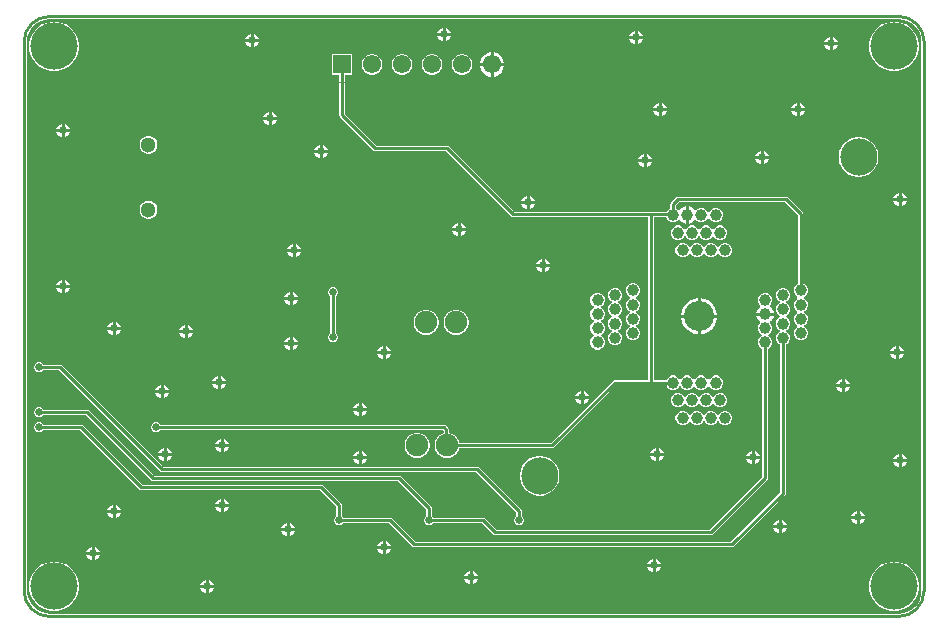
<source format=gbl>
G04*
G04 #@! TF.GenerationSoftware,Altium Limited,Altium Designer,21.3.2 (30)*
G04*
G04 Layer_Physical_Order=2*
G04 Layer_Color=65280*
%FSLAX44Y44*%
%MOMM*%
G71*
G04*
G04 #@! TF.SameCoordinates,9234EC1E-5B27-41C9-997F-A59CE03DEA51*
G04*
G04*
G04 #@! TF.FilePolarity,Positive*
G04*
G01*
G75*
%ADD10C,0.2540*%
%ADD15C,0.0500*%
%ADD42C,2.5499*%
%ADD43C,3.1501*%
%ADD44C,1.0000*%
%ADD45R,1.5500X1.5500*%
%ADD46C,1.5500*%
%ADD47C,1.3000*%
%ADD48C,1.9050*%
%ADD49C,4.0000*%
%ADD50C,0.6350*%
G36*
X998243Y759311D02*
X1001840Y758220D01*
X1005156Y756447D01*
X1008062Y754062D01*
X1010447Y751156D01*
X1012219Y747840D01*
X1013311Y744243D01*
X1013676Y740535D01*
X1013669Y740501D01*
Y275499D01*
X1013676Y275465D01*
X1013311Y271757D01*
X1012219Y268160D01*
X1010447Y264844D01*
X1008062Y261938D01*
X1005156Y259553D01*
X1001840Y257780D01*
X998243Y256689D01*
X994535Y256324D01*
X994501Y256331D01*
X276860D01*
X276804Y256320D01*
X272852Y256709D01*
X268997Y257878D01*
X265445Y259777D01*
X262332Y262332D01*
X259777Y265445D01*
X257878Y268997D01*
X256709Y272852D01*
X256320Y276804D01*
X256331Y276860D01*
Y740501D01*
X256324Y740535D01*
X256689Y744243D01*
X257780Y747840D01*
X259553Y751156D01*
X261938Y754062D01*
X264844Y756447D01*
X268160Y758220D01*
X271757Y759311D01*
X275465Y759676D01*
X275499Y759669D01*
X994501D01*
X994535Y759676D01*
X998243Y759311D01*
D02*
G37*
%LPC*%
G36*
X610870Y752420D02*
Y748030D01*
X615260D01*
X614445Y749997D01*
X612837Y751605D01*
X610870Y752420D01*
D02*
G37*
G36*
X608330D02*
X606363Y751605D01*
X604755Y749997D01*
X603940Y748030D01*
X608330D01*
Y752420D01*
D02*
G37*
G36*
X773430Y749880D02*
Y745490D01*
X777820D01*
X777005Y747457D01*
X775397Y749065D01*
X773430Y749880D01*
D02*
G37*
G36*
X770890D02*
X768923Y749065D01*
X767315Y747457D01*
X766500Y745490D01*
X770890D01*
Y749880D01*
D02*
G37*
G36*
X448310Y747340D02*
Y742950D01*
X452700D01*
X451885Y744917D01*
X450277Y746525D01*
X448310Y747340D01*
D02*
G37*
G36*
X445770D02*
X443803Y746525D01*
X442195Y744917D01*
X441380Y742950D01*
X445770D01*
Y747340D01*
D02*
G37*
G36*
X615260Y745490D02*
X610870D01*
Y741100D01*
X612837Y741915D01*
X614445Y743523D01*
X615260Y745490D01*
D02*
G37*
G36*
X608330D02*
X603940D01*
X604755Y743523D01*
X606363Y741915D01*
X608330Y741100D01*
Y745490D01*
D02*
G37*
G36*
X938530Y744800D02*
Y740410D01*
X942920D01*
X942105Y742377D01*
X940497Y743985D01*
X938530Y744800D01*
D02*
G37*
G36*
X935990D02*
X934023Y743985D01*
X932415Y742377D01*
X931600Y740410D01*
X935990D01*
Y744800D01*
D02*
G37*
G36*
X777820Y742950D02*
X773430D01*
Y738560D01*
X775397Y739375D01*
X777005Y740983D01*
X777820Y742950D01*
D02*
G37*
G36*
X770890D02*
X766500D01*
X767315Y740983D01*
X768923Y739375D01*
X770890Y738560D01*
Y742950D01*
D02*
G37*
G36*
X452700Y740410D02*
X448310D01*
Y736020D01*
X450277Y736835D01*
X451885Y738443D01*
X452700Y740410D01*
D02*
G37*
G36*
X445770D02*
X441380D01*
X442195Y738443D01*
X443803Y736835D01*
X445770Y736020D01*
Y740410D01*
D02*
G37*
G36*
X942920Y737870D02*
X938530D01*
Y733480D01*
X940497Y734295D01*
X942105Y735903D01*
X942920Y737870D01*
D02*
G37*
G36*
X935990D02*
X931600D01*
X932415Y735903D01*
X934023Y734295D01*
X935990Y733480D01*
Y737870D01*
D02*
G37*
G36*
X651595Y731650D02*
X651510D01*
Y722630D01*
X660530D01*
Y722715D01*
X659829Y725332D01*
X658474Y727678D01*
X656558Y729594D01*
X654212Y730949D01*
X651595Y731650D01*
D02*
G37*
G36*
X648970D02*
X648885D01*
X646268Y730949D01*
X643922Y729594D01*
X642006Y727678D01*
X640651Y725332D01*
X639950Y722715D01*
Y722630D01*
X648970D01*
Y731650D01*
D02*
G37*
G36*
X992670Y757616D02*
X988530D01*
X984470Y756808D01*
X980645Y755224D01*
X977203Y752924D01*
X974276Y749997D01*
X971976Y746555D01*
X970392Y742730D01*
X969584Y738670D01*
Y734530D01*
X970392Y730470D01*
X971976Y726645D01*
X974276Y723203D01*
X977203Y720276D01*
X980645Y717976D01*
X984470Y716392D01*
X988530Y715584D01*
X992670D01*
X996730Y716392D01*
X1000555Y717976D01*
X1003997Y720276D01*
X1006924Y723203D01*
X1009224Y726645D01*
X1010808Y730470D01*
X1011616Y734530D01*
Y738670D01*
X1010808Y742730D01*
X1009224Y746555D01*
X1006924Y749997D01*
X1003997Y752924D01*
X1000555Y755224D01*
X996730Y756808D01*
X992670Y757616D01*
D02*
G37*
G36*
X281470D02*
X277330D01*
X273270Y756808D01*
X269445Y755224D01*
X266003Y752924D01*
X263076Y749997D01*
X260776Y746555D01*
X259192Y742730D01*
X258384Y738670D01*
Y734530D01*
X259192Y730470D01*
X260776Y726645D01*
X263076Y723203D01*
X266003Y720276D01*
X269445Y717976D01*
X273270Y716392D01*
X277330Y715584D01*
X281470D01*
X285530Y716392D01*
X289355Y717976D01*
X292797Y720276D01*
X295724Y723203D01*
X298024Y726645D01*
X299608Y730470D01*
X300416Y734530D01*
Y738670D01*
X299608Y742730D01*
X298024Y746555D01*
X295724Y749997D01*
X292797Y752924D01*
X289355Y755224D01*
X285530Y756808D01*
X281470Y757616D01*
D02*
G37*
G36*
X625994Y730126D02*
X623686D01*
X621456Y729529D01*
X619458Y728374D01*
X617826Y726742D01*
X616671Y724744D01*
X616074Y722514D01*
Y720206D01*
X616671Y717976D01*
X617826Y715978D01*
X619458Y714345D01*
X621456Y713191D01*
X623686Y712594D01*
X625994D01*
X628224Y713191D01*
X630222Y714345D01*
X631855Y715978D01*
X633009Y717976D01*
X633606Y720206D01*
Y722514D01*
X633009Y724744D01*
X631855Y726742D01*
X630222Y728374D01*
X628224Y729529D01*
X625994Y730126D01*
D02*
G37*
G36*
X600594D02*
X598286D01*
X596056Y729529D01*
X594058Y728374D01*
X592425Y726742D01*
X591271Y724744D01*
X590674Y722514D01*
Y720206D01*
X591271Y717976D01*
X592425Y715978D01*
X594058Y714345D01*
X596056Y713191D01*
X598286Y712594D01*
X600594D01*
X602824Y713191D01*
X604822Y714345D01*
X606455Y715978D01*
X607609Y717976D01*
X608206Y720206D01*
Y722514D01*
X607609Y724744D01*
X606455Y726742D01*
X604822Y728374D01*
X602824Y729529D01*
X600594Y730126D01*
D02*
G37*
G36*
X575194D02*
X572886D01*
X570656Y729529D01*
X568658Y728374D01*
X567025Y726742D01*
X565871Y724744D01*
X565274Y722514D01*
Y720206D01*
X565871Y717976D01*
X567025Y715978D01*
X568658Y714345D01*
X570656Y713191D01*
X572886Y712594D01*
X575194D01*
X577424Y713191D01*
X579422Y714345D01*
X581054Y715978D01*
X582209Y717976D01*
X582806Y720206D01*
Y722514D01*
X582209Y724744D01*
X581054Y726742D01*
X579422Y728374D01*
X577424Y729529D01*
X575194Y730126D01*
D02*
G37*
G36*
X549794D02*
X547486D01*
X545256Y729529D01*
X543258Y728374D01*
X541626Y726742D01*
X540471Y724744D01*
X539874Y722514D01*
Y720206D01*
X540471Y717976D01*
X541626Y715978D01*
X543258Y714345D01*
X545256Y713191D01*
X547486Y712594D01*
X549794D01*
X552024Y713191D01*
X554022Y714345D01*
X555654Y715978D01*
X556809Y717976D01*
X557406Y720206D01*
Y722514D01*
X556809Y724744D01*
X555654Y726742D01*
X554022Y728374D01*
X552024Y729529D01*
X549794Y730126D01*
D02*
G37*
G36*
X660530Y720090D02*
X651510D01*
Y711070D01*
X651595D01*
X654212Y711771D01*
X656558Y713126D01*
X658474Y715042D01*
X659829Y717388D01*
X660530Y720005D01*
Y720090D01*
D02*
G37*
G36*
X648970D02*
X639950D01*
Y720005D01*
X640651Y717388D01*
X642006Y715042D01*
X643922Y713126D01*
X646268Y711771D01*
X648885Y711070D01*
X648970D01*
Y720090D01*
D02*
G37*
G36*
X910590Y688920D02*
Y684530D01*
X914980D01*
X914165Y686497D01*
X912557Y688105D01*
X910590Y688920D01*
D02*
G37*
G36*
X908050D02*
X906083Y688105D01*
X904475Y686497D01*
X903660Y684530D01*
X908050D01*
Y688920D01*
D02*
G37*
G36*
X793750D02*
Y684530D01*
X798140D01*
X797325Y686497D01*
X795717Y688105D01*
X793750Y688920D01*
D02*
G37*
G36*
X791210D02*
X789243Y688105D01*
X787635Y686497D01*
X786820Y684530D01*
X791210D01*
Y688920D01*
D02*
G37*
G36*
X914980Y681990D02*
X910590D01*
Y677600D01*
X912557Y678415D01*
X914165Y680023D01*
X914980Y681990D01*
D02*
G37*
G36*
X908050D02*
X903660D01*
X904475Y680023D01*
X906083Y678415D01*
X908050Y677600D01*
Y681990D01*
D02*
G37*
G36*
X798140D02*
X793750D01*
Y677600D01*
X795717Y678415D01*
X797325Y680023D01*
X798140Y681990D01*
D02*
G37*
G36*
X791210D02*
X786820D01*
X787635Y680023D01*
X789243Y678415D01*
X791210Y677600D01*
Y681990D01*
D02*
G37*
G36*
X463550Y681300D02*
Y676910D01*
X467940D01*
X467125Y678877D01*
X465517Y680485D01*
X463550Y681300D01*
D02*
G37*
G36*
X461010D02*
X459043Y680485D01*
X457435Y678877D01*
X456620Y676910D01*
X461010D01*
Y681300D01*
D02*
G37*
G36*
X467940Y674370D02*
X463550D01*
Y669980D01*
X465517Y670795D01*
X467125Y672403D01*
X467940Y674370D01*
D02*
G37*
G36*
X461010D02*
X456620D01*
X457435Y672403D01*
X459043Y670795D01*
X461010Y669980D01*
Y674370D01*
D02*
G37*
G36*
X288290Y671140D02*
Y666750D01*
X292680D01*
X291865Y668717D01*
X290257Y670325D01*
X288290Y671140D01*
D02*
G37*
G36*
X285750D02*
X283783Y670325D01*
X282175Y668717D01*
X281360Y666750D01*
X285750D01*
Y671140D01*
D02*
G37*
G36*
X292680Y664210D02*
X288290D01*
Y659820D01*
X290257Y660635D01*
X291865Y662243D01*
X292680Y664210D01*
D02*
G37*
G36*
X285750D02*
X281360D01*
X282175Y662243D01*
X283783Y660635D01*
X285750Y659820D01*
Y664210D01*
D02*
G37*
G36*
X506730Y653360D02*
Y648970D01*
X511120D01*
X510305Y650937D01*
X508697Y652545D01*
X506730Y653360D01*
D02*
G37*
G36*
X504190D02*
X502223Y652545D01*
X500615Y650937D01*
X499800Y648970D01*
X504190D01*
Y653360D01*
D02*
G37*
G36*
X360249Y660826D02*
X358270D01*
X356359Y660314D01*
X354645Y659324D01*
X353246Y657925D01*
X352256Y656211D01*
X351744Y654299D01*
Y652320D01*
X352256Y650409D01*
X353246Y648695D01*
X354645Y647296D01*
X356359Y646306D01*
X358270Y645794D01*
X360249D01*
X362161Y646306D01*
X363875Y647296D01*
X365274Y648695D01*
X366264Y650409D01*
X366776Y652320D01*
Y654299D01*
X366264Y656211D01*
X365274Y657925D01*
X363875Y659324D01*
X362161Y660314D01*
X360249Y660826D01*
D02*
G37*
G36*
X880110Y648280D02*
Y643890D01*
X884500D01*
X883685Y645857D01*
X882077Y647465D01*
X880110Y648280D01*
D02*
G37*
G36*
X877570D02*
X875603Y647465D01*
X873995Y645857D01*
X873180Y643890D01*
X877570D01*
Y648280D01*
D02*
G37*
G36*
X511120Y646430D02*
X506730D01*
Y642040D01*
X508697Y642855D01*
X510305Y644463D01*
X511120Y646430D01*
D02*
G37*
G36*
X504190D02*
X499800D01*
X500615Y644463D01*
X502223Y642855D01*
X504190Y642040D01*
Y646430D01*
D02*
G37*
G36*
X781050Y645740D02*
Y641350D01*
X785440D01*
X784625Y643317D01*
X783017Y644925D01*
X781050Y645740D01*
D02*
G37*
G36*
X778510D02*
X776543Y644925D01*
X774935Y643317D01*
X774120Y641350D01*
X778510D01*
Y645740D01*
D02*
G37*
G36*
X884500Y641350D02*
X880110D01*
Y636960D01*
X882077Y637775D01*
X883685Y639383D01*
X884500Y641350D01*
D02*
G37*
G36*
X877570D02*
X873180D01*
X873995Y639383D01*
X875603Y637775D01*
X877570Y636960D01*
Y641350D01*
D02*
G37*
G36*
X785440Y638810D02*
X781050D01*
Y634420D01*
X783017Y635235D01*
X784625Y636843D01*
X785440Y638810D01*
D02*
G37*
G36*
X778510D02*
X774120D01*
X774935Y636843D01*
X776543Y635235D01*
X778510Y634420D01*
Y638810D01*
D02*
G37*
G36*
X962152Y659765D02*
X958850D01*
X955610Y659121D01*
X952559Y657857D01*
X949813Y656022D01*
X947478Y653687D01*
X945643Y650940D01*
X944379Y647889D01*
X943735Y644650D01*
Y641347D01*
X944379Y638108D01*
X945643Y635056D01*
X947478Y632310D01*
X949813Y629975D01*
X952559Y628140D01*
X955610Y626876D01*
X958850Y626232D01*
X962152D01*
X965392Y626876D01*
X968443Y628140D01*
X971189Y629975D01*
X973524Y632310D01*
X975359Y635056D01*
X976623Y638108D01*
X977268Y641347D01*
Y644650D01*
X976623Y647889D01*
X975359Y650940D01*
X973524Y653687D01*
X971189Y656022D01*
X968443Y657857D01*
X965392Y659121D01*
X962152Y659765D01*
D02*
G37*
G36*
X996950Y612720D02*
Y608330D01*
X1001340D01*
X1000525Y610297D01*
X998917Y611905D01*
X996950Y612720D01*
D02*
G37*
G36*
X994410D02*
X992443Y611905D01*
X990835Y610297D01*
X990020Y608330D01*
X994410D01*
Y612720D01*
D02*
G37*
G36*
X681990Y610180D02*
Y605790D01*
X686380D01*
X685565Y607757D01*
X683957Y609365D01*
X681990Y610180D01*
D02*
G37*
G36*
X679450D02*
X677483Y609365D01*
X675875Y607757D01*
X675060Y605790D01*
X679450D01*
Y610180D01*
D02*
G37*
G36*
X1001340Y605790D02*
X996950D01*
Y601400D01*
X998917Y602215D01*
X1000525Y603823D01*
X1001340Y605790D01*
D02*
G37*
G36*
X994410D02*
X990020D01*
X990835Y603823D01*
X992443Y602215D01*
X994410Y601400D01*
Y605790D01*
D02*
G37*
G36*
X686380Y603250D02*
X681990D01*
Y598860D01*
X683957Y599675D01*
X685565Y601283D01*
X686380Y603250D01*
D02*
G37*
G36*
X679450D02*
X675060D01*
X675875Y601283D01*
X677483Y599675D01*
X679450Y598860D01*
Y603250D01*
D02*
G37*
G36*
X360249Y605826D02*
X358270D01*
X356359Y605314D01*
X354645Y604324D01*
X353246Y602925D01*
X352256Y601211D01*
X351744Y599300D01*
Y597321D01*
X352256Y595409D01*
X353246Y593695D01*
X354645Y592296D01*
X356359Y591306D01*
X358270Y590794D01*
X360249D01*
X362161Y591306D01*
X363875Y592296D01*
X365274Y593695D01*
X366264Y595409D01*
X366776Y597321D01*
Y599300D01*
X366264Y601211D01*
X365274Y602925D01*
X363875Y604324D01*
X362161Y605314D01*
X360249Y605826D01*
D02*
G37*
G36*
X816770Y601465D02*
Y593999D01*
Y586534D01*
X818410Y586973D01*
X820130Y587966D01*
X821534Y589370D01*
X821641Y589556D01*
X823228Y589765D01*
X824094Y588899D01*
X826305Y587983D01*
X828698D01*
X830909Y588899D01*
X832602Y590592D01*
X832866Y591230D01*
X834136D01*
X834400Y590592D01*
X836093Y588899D01*
X838304Y587983D01*
X840697D01*
X842908Y588899D01*
X844601Y590592D01*
X845517Y592803D01*
Y595196D01*
X844601Y597407D01*
X842908Y599099D01*
X840697Y600015D01*
X838304D01*
X836093Y599099D01*
X834400Y597407D01*
X834136Y596769D01*
X832866D01*
X832602Y597407D01*
X830909Y599099D01*
X828698Y600015D01*
X826305D01*
X824094Y599099D01*
X823228Y598234D01*
X821641Y598443D01*
X821534Y598629D01*
X820130Y600033D01*
X818410Y601026D01*
X816770Y601465D01*
D02*
G37*
G36*
X623570Y587320D02*
Y582930D01*
X627960D01*
X627145Y584897D01*
X625537Y586505D01*
X623570Y587320D01*
D02*
G37*
G36*
X621030D02*
X619063Y586505D01*
X617455Y584897D01*
X616640Y582930D01*
X621030D01*
Y587320D01*
D02*
G37*
G36*
X844698Y585014D02*
X842304D01*
X840093Y584098D01*
X838401Y582406D01*
X838135Y581765D01*
X836865D01*
X836600Y582406D01*
X834907Y584098D01*
X832696Y585014D01*
X830303D01*
X828092Y584098D01*
X826399Y582406D01*
X826135Y581768D01*
X824865D01*
X824601Y582406D01*
X822908Y584098D01*
X820697Y585014D01*
X818304D01*
X816093Y584098D01*
X814400Y582406D01*
X814136Y581768D01*
X812866D01*
X812602Y582406D01*
X810909Y584098D01*
X808698Y585014D01*
X806305D01*
X804094Y584098D01*
X802401Y582406D01*
X801486Y580195D01*
Y577801D01*
X802401Y575590D01*
X804094Y573898D01*
X806305Y572982D01*
X808698D01*
X810909Y573898D01*
X812602Y575590D01*
X812866Y576228D01*
X814136D01*
X814400Y575590D01*
X816093Y573898D01*
X818304Y572982D01*
X820697D01*
X822908Y573898D01*
X824601Y575590D01*
X824865Y576228D01*
X826135D01*
X826399Y575590D01*
X828092Y573898D01*
X830303Y572982D01*
X832696D01*
X834907Y573898D01*
X836600Y575590D01*
X836865Y576232D01*
X838135D01*
X838401Y575590D01*
X840093Y573898D01*
X842304Y572982D01*
X844698D01*
X846909Y573898D01*
X848601Y575590D01*
X849517Y577801D01*
Y580195D01*
X848601Y582406D01*
X846909Y584098D01*
X844698Y585014D01*
D02*
G37*
G36*
X627960Y580390D02*
X623570D01*
Y576000D01*
X625537Y576815D01*
X627145Y578423D01*
X627960Y580390D01*
D02*
G37*
G36*
X621030D02*
X616640D01*
X617455Y578423D01*
X619063Y576815D01*
X621030Y576000D01*
Y580390D01*
D02*
G37*
G36*
X848698Y570015D02*
X846305D01*
X844094Y569100D01*
X842401Y567407D01*
X842136Y566766D01*
X840866D01*
X840600Y567407D01*
X838908Y569100D01*
X836697Y570015D01*
X834303D01*
X832092Y569100D01*
X830400Y567407D01*
X830135Y566769D01*
X828866D01*
X828601Y567407D01*
X826909Y569100D01*
X824698Y570015D01*
X822304D01*
X820093Y569100D01*
X818401Y567407D01*
X818135Y566766D01*
X816865D01*
X816600Y567407D01*
X814907Y569100D01*
X812696Y570015D01*
X810303D01*
X808092Y569100D01*
X806399Y567407D01*
X805483Y565196D01*
Y562803D01*
X806399Y560592D01*
X808092Y558899D01*
X810303Y557983D01*
X812696D01*
X814907Y558899D01*
X816600Y560592D01*
X816865Y561233D01*
X818135D01*
X818401Y560592D01*
X820093Y558899D01*
X822304Y557983D01*
X824698D01*
X826909Y558899D01*
X828601Y560592D01*
X828866Y561230D01*
X830135D01*
X830400Y560592D01*
X832092Y558899D01*
X834303Y557983D01*
X836697D01*
X838908Y558899D01*
X840600Y560592D01*
X840866Y561233D01*
X842136D01*
X842401Y560592D01*
X844094Y558899D01*
X846305Y557983D01*
X848698D01*
X850909Y558899D01*
X852602Y560592D01*
X853518Y562803D01*
Y565196D01*
X852602Y567407D01*
X850909Y569100D01*
X848698Y570015D01*
D02*
G37*
G36*
X483870Y569540D02*
Y565150D01*
X488260D01*
X487445Y567117D01*
X485837Y568725D01*
X483870Y569540D01*
D02*
G37*
G36*
X481330D02*
X479363Y568725D01*
X477755Y567117D01*
X476940Y565150D01*
X481330D01*
Y569540D01*
D02*
G37*
G36*
X488260Y562610D02*
X483870D01*
Y558220D01*
X485837Y559035D01*
X487445Y560643D01*
X488260Y562610D01*
D02*
G37*
G36*
X481330D02*
X476940D01*
X477755Y560643D01*
X479363Y559035D01*
X481330Y558220D01*
Y562610D01*
D02*
G37*
G36*
X694690Y556840D02*
Y552450D01*
X699080D01*
X698265Y554417D01*
X696657Y556025D01*
X694690Y556840D01*
D02*
G37*
G36*
X692150D02*
X690183Y556025D01*
X688575Y554417D01*
X687760Y552450D01*
X692150D01*
Y556840D01*
D02*
G37*
G36*
X699080Y549910D02*
X694690D01*
Y545520D01*
X696657Y546335D01*
X698265Y547943D01*
X699080Y549910D01*
D02*
G37*
G36*
X692150D02*
X687760D01*
X688575Y547943D01*
X690183Y546335D01*
X692150Y545520D01*
Y549910D01*
D02*
G37*
G36*
X288290Y539060D02*
Y534670D01*
X292680D01*
X291865Y536637D01*
X290257Y538245D01*
X288290Y539060D01*
D02*
G37*
G36*
X285750D02*
X283783Y538245D01*
X282175Y536637D01*
X281360Y534670D01*
X285750D01*
Y539060D01*
D02*
G37*
G36*
X292680Y532130D02*
X288290D01*
Y527740D01*
X290257Y528555D01*
X291865Y530163D01*
X292680Y532130D01*
D02*
G37*
G36*
X285750D02*
X281360D01*
X282175Y530163D01*
X283783Y528555D01*
X285750Y527740D01*
Y532130D01*
D02*
G37*
G36*
X481330Y528900D02*
Y524510D01*
X485720D01*
X484905Y526477D01*
X483297Y528085D01*
X481330Y528900D01*
D02*
G37*
G36*
X478790D02*
X476823Y528085D01*
X475215Y526477D01*
X474400Y524510D01*
X478790D01*
Y528900D01*
D02*
G37*
G36*
X485720Y521970D02*
X481330D01*
Y517580D01*
X483297Y518395D01*
X484905Y520003D01*
X485720Y521970D01*
D02*
G37*
G36*
X478790D02*
X474400D01*
X475215Y520003D01*
X476823Y518395D01*
X478790Y517580D01*
Y521970D01*
D02*
G37*
G36*
X882696Y528014D02*
X880303D01*
X878092Y527098D01*
X876399Y525406D01*
X875483Y523195D01*
Y520801D01*
X876399Y518590D01*
X877263Y517726D01*
X877054Y516139D01*
X876870Y516032D01*
X875466Y514629D01*
X874473Y512909D01*
X874034Y511269D01*
X888965D01*
X888526Y512909D01*
X887533Y514629D01*
X886129Y516032D01*
X885945Y516139D01*
X885735Y517726D01*
X886600Y518590D01*
X887515Y520801D01*
Y523195D01*
X886600Y525406D01*
X884907Y527098D01*
X882696Y528014D01*
D02*
G37*
G36*
X827006Y523289D02*
X826770D01*
Y509270D01*
X840789D01*
Y509506D01*
X840202Y512460D01*
X839049Y515242D01*
X837376Y517747D01*
X835247Y519876D01*
X832742Y521549D01*
X829960Y522702D01*
X827006Y523289D01*
D02*
G37*
G36*
X824230D02*
X823994D01*
X821040Y522702D01*
X818258Y521549D01*
X815753Y519876D01*
X813624Y517747D01*
X811951Y515242D01*
X810798Y512460D01*
X810210Y509506D01*
Y509270D01*
X824230D01*
Y523289D01*
D02*
G37*
G36*
X331470Y503500D02*
Y499110D01*
X335860D01*
X335045Y501077D01*
X333437Y502685D01*
X331470Y503500D01*
D02*
G37*
G36*
X328930D02*
X326963Y502685D01*
X325355Y501077D01*
X324540Y499110D01*
X328930D01*
Y503500D01*
D02*
G37*
G36*
X392430Y500960D02*
Y496570D01*
X396820D01*
X396005Y498537D01*
X394397Y500145D01*
X392430Y500960D01*
D02*
G37*
G36*
X389890D02*
X387923Y500145D01*
X386315Y498537D01*
X385500Y496570D01*
X389890D01*
Y500960D01*
D02*
G37*
G36*
X840789Y506730D02*
X826770D01*
Y492710D01*
X827006D01*
X829960Y493298D01*
X832742Y494451D01*
X835247Y496124D01*
X837376Y498254D01*
X839049Y500758D01*
X840202Y503540D01*
X840789Y506494D01*
Y506730D01*
D02*
G37*
G36*
X824230D02*
X810210D01*
Y506494D01*
X810798Y503540D01*
X811951Y500758D01*
X813624Y498254D01*
X815753Y496124D01*
X818258Y494451D01*
X821040Y493298D01*
X823994Y492710D01*
X824230D01*
Y506730D01*
D02*
G37*
G36*
X621148Y513461D02*
X618372D01*
X615691Y512743D01*
X613288Y511355D01*
X611325Y509392D01*
X609937Y506989D01*
X609219Y504308D01*
Y501532D01*
X609937Y498851D01*
X611325Y496448D01*
X613288Y494485D01*
X615691Y493097D01*
X618372Y492379D01*
X621148D01*
X623829Y493097D01*
X626232Y494485D01*
X628195Y496448D01*
X629583Y498851D01*
X630301Y501532D01*
Y504308D01*
X629583Y506989D01*
X628195Y509392D01*
X626232Y511355D01*
X623829Y512743D01*
X621148Y513461D01*
D02*
G37*
G36*
X595748D02*
X592972D01*
X590291Y512743D01*
X587888Y511355D01*
X585925Y509392D01*
X584537Y506989D01*
X583819Y504308D01*
Y501532D01*
X584537Y498851D01*
X585925Y496448D01*
X587888Y494485D01*
X590291Y493097D01*
X592972Y492379D01*
X595748D01*
X598429Y493097D01*
X600832Y494485D01*
X602795Y496448D01*
X604183Y498851D01*
X604901Y501532D01*
Y504308D01*
X604183Y506989D01*
X602795Y509392D01*
X600832Y511355D01*
X598429Y512743D01*
X595748Y513461D01*
D02*
G37*
G36*
X335860Y496570D02*
X331470D01*
Y492180D01*
X333437Y492995D01*
X335045Y494603D01*
X335860Y496570D01*
D02*
G37*
G36*
X328930D02*
X324540D01*
X325355Y494603D01*
X326963Y492995D01*
X328930Y492180D01*
Y496570D01*
D02*
G37*
G36*
X396820Y494030D02*
X392430D01*
Y489640D01*
X394397Y490455D01*
X396005Y492063D01*
X396820Y494030D01*
D02*
G37*
G36*
X389890D02*
X385500D01*
X386315Y492063D01*
X387923Y490455D01*
X389890Y489640D01*
Y494030D01*
D02*
G37*
G36*
X532006Y730126D02*
X514474D01*
Y712594D01*
X520909D01*
Y678180D01*
X521087Y677288D01*
X521592Y676532D01*
X549532Y648592D01*
X550288Y648087D01*
X551180Y647909D01*
X611175D01*
X666372Y592712D01*
X667128Y592207D01*
X668020Y592029D01*
X782529D01*
Y454329D01*
X754258D01*
X753366Y454151D01*
X752610Y453646D01*
X700075Y401111D01*
X622428D01*
X621963Y402849D01*
X620575Y405252D01*
X618612Y407215D01*
X616209Y408603D01*
X613836Y409239D01*
Y412115D01*
X613658Y413007D01*
X613153Y413763D01*
X611248Y415668D01*
X610492Y416173D01*
X609600Y416351D01*
X369331D01*
X369313Y416394D01*
X368134Y417573D01*
X366594Y418211D01*
X364926D01*
X363386Y417573D01*
X362207Y416394D01*
X361569Y414854D01*
Y413186D01*
X362207Y411646D01*
X363386Y410467D01*
X364926Y409829D01*
X366594D01*
X368134Y410467D01*
X369313Y411646D01*
X369331Y411689D01*
X608635D01*
X609174Y411150D01*
Y408898D01*
X608071Y408603D01*
X605668Y407215D01*
X603705Y405252D01*
X602317Y402849D01*
X601599Y400168D01*
Y397392D01*
X602317Y394711D01*
X603705Y392308D01*
X605668Y390345D01*
X608071Y388957D01*
X610752Y388239D01*
X613528D01*
X616209Y388957D01*
X618612Y390345D01*
X620575Y392308D01*
X621963Y394711D01*
X622428Y396449D01*
X701040D01*
X701932Y396627D01*
X702688Y397132D01*
X755223Y449667D01*
X797955D01*
X798401Y448590D01*
X800093Y446898D01*
X802304Y445982D01*
X804698D01*
X806909Y446898D01*
X808601Y448590D01*
X808866Y449229D01*
X810135D01*
X810400Y448590D01*
X812092Y446898D01*
X814303Y445982D01*
X816697D01*
X818908Y446898D01*
X820600Y448590D01*
X820866Y449232D01*
X822136D01*
X822401Y448590D01*
X824094Y446898D01*
X826305Y445982D01*
X828698D01*
X830909Y446898D01*
X832602Y448590D01*
X832866Y449229D01*
X834136D01*
X834400Y448590D01*
X836093Y446898D01*
X838304Y445982D01*
X840697D01*
X842908Y446898D01*
X844601Y448590D01*
X845517Y450801D01*
Y453195D01*
X844601Y455406D01*
X842908Y457098D01*
X840697Y458014D01*
X838304D01*
X836093Y457098D01*
X834400Y455406D01*
X834136Y454768D01*
X832866D01*
X832602Y455406D01*
X830909Y457098D01*
X828698Y458014D01*
X826305D01*
X824094Y457098D01*
X822401Y455406D01*
X822136Y454765D01*
X820866D01*
X820600Y455406D01*
X818908Y457098D01*
X816697Y458014D01*
X814303D01*
X812092Y457098D01*
X810400Y455406D01*
X810135Y454768D01*
X808866D01*
X808601Y455406D01*
X806909Y457098D01*
X804698Y458014D01*
X802304D01*
X800093Y457098D01*
X798401Y455406D01*
X797955Y454329D01*
X787191D01*
Y592029D01*
X797805D01*
X798401Y590592D01*
X800093Y588899D01*
X802304Y587983D01*
X804698D01*
X806909Y588899D01*
X807773Y589763D01*
X809360Y589554D01*
X809466Y589370D01*
X810870Y587966D01*
X812590Y586973D01*
X814230Y586534D01*
Y593999D01*
Y601465D01*
X812590Y601026D01*
X810870Y600033D01*
X809466Y598629D01*
X809360Y598444D01*
X807773Y598236D01*
X806909Y599099D01*
X805832Y599546D01*
Y601876D01*
X808685Y604729D01*
X898195D01*
X909171Y593753D01*
Y535545D01*
X908094Y535099D01*
X906402Y533407D01*
X905486Y531196D01*
Y528802D01*
X906402Y526591D01*
X908094Y524899D01*
X908732Y524635D01*
Y523364D01*
X908094Y523100D01*
X906402Y521408D01*
X905486Y519197D01*
Y516803D01*
X906402Y514592D01*
X908094Y512900D01*
X908735Y512634D01*
Y511364D01*
X908094Y511099D01*
X906402Y509406D01*
X905486Y507195D01*
Y504802D01*
X906402Y502591D01*
X908094Y500898D01*
X908732Y500634D01*
Y499364D01*
X908094Y499100D01*
X906402Y497407D01*
X905486Y495196D01*
Y492803D01*
X906402Y490592D01*
X908094Y488899D01*
X910305Y487984D01*
X912699D01*
X914910Y488899D01*
X916602Y490592D01*
X917518Y492803D01*
Y495196D01*
X916602Y497407D01*
X914910Y499100D01*
X914271Y499364D01*
Y500634D01*
X914910Y500898D01*
X916602Y502591D01*
X917518Y504802D01*
Y507195D01*
X916602Y509406D01*
X914910Y511099D01*
X914268Y511364D01*
Y512634D01*
X914910Y512900D01*
X916602Y514592D01*
X917518Y516803D01*
Y519197D01*
X916602Y521408D01*
X914910Y523100D01*
X914271Y523364D01*
Y524635D01*
X914910Y524899D01*
X916602Y526591D01*
X917518Y528802D01*
Y531196D01*
X916602Y533407D01*
X914910Y535099D01*
X913833Y535545D01*
Y594718D01*
X913655Y595610D01*
X913150Y596366D01*
X900808Y608708D01*
X900052Y609213D01*
X899160Y609391D01*
X807720D01*
X806828Y609213D01*
X806072Y608708D01*
X801853Y604489D01*
X801348Y603733D01*
X801170Y602841D01*
Y599546D01*
X800093Y599099D01*
X798401Y597407D01*
X798104Y596691D01*
X668985D01*
X613788Y651888D01*
X613032Y652393D01*
X612140Y652571D01*
X552145D01*
X525571Y679145D01*
Y712594D01*
X532006D01*
Y730126D01*
D02*
G37*
G36*
X770697Y536015D02*
X768304D01*
X766093Y535099D01*
X764400Y533407D01*
X763485Y531196D01*
Y528802D01*
X764400Y526591D01*
X766093Y524899D01*
X766731Y524635D01*
Y523364D01*
X766093Y523100D01*
X764400Y521408D01*
X763485Y519197D01*
Y516803D01*
X764400Y514592D01*
X766093Y512900D01*
X766734Y512634D01*
Y511364D01*
X766093Y511099D01*
X764400Y509406D01*
X763485Y507195D01*
Y504802D01*
X764400Y502591D01*
X766093Y500898D01*
X766731Y500634D01*
Y499364D01*
X766093Y499100D01*
X764400Y497407D01*
X763485Y495196D01*
Y492803D01*
X764400Y490592D01*
X766093Y488899D01*
X768304Y487984D01*
X770697D01*
X772908Y488899D01*
X774601Y490592D01*
X775517Y492803D01*
Y495196D01*
X774601Y497407D01*
X772908Y499100D01*
X772270Y499364D01*
Y500634D01*
X772908Y500898D01*
X774601Y502591D01*
X775517Y504802D01*
Y507195D01*
X774601Y509406D01*
X772908Y511099D01*
X772267Y511364D01*
Y512634D01*
X772908Y512900D01*
X774601Y514592D01*
X775517Y516803D01*
Y519197D01*
X774601Y521408D01*
X772908Y523100D01*
X772270Y523364D01*
Y524635D01*
X772908Y524899D01*
X774601Y526591D01*
X775517Y528802D01*
Y531196D01*
X774601Y533407D01*
X772908Y535099D01*
X770697Y536015D01*
D02*
G37*
G36*
X481330Y490800D02*
Y486410D01*
X485720D01*
X484905Y488377D01*
X483297Y489985D01*
X481330Y490800D01*
D02*
G37*
G36*
X478790D02*
X476823Y489985D01*
X475215Y488377D01*
X474400Y486410D01*
X478790D01*
Y490800D01*
D02*
G37*
G36*
X516454Y532511D02*
X514786D01*
X513246Y531873D01*
X512067Y530694D01*
X511429Y529154D01*
Y527486D01*
X512067Y525946D01*
X513246Y524767D01*
X513289Y524749D01*
Y493791D01*
X513246Y493773D01*
X512067Y492594D01*
X511429Y491054D01*
Y489386D01*
X512067Y487846D01*
X513246Y486667D01*
X514786Y486029D01*
X516454D01*
X517994Y486667D01*
X519173Y487846D01*
X519811Y489386D01*
Y491054D01*
X519173Y492594D01*
X517994Y493773D01*
X517951Y493791D01*
Y524749D01*
X517994Y524767D01*
X519173Y525946D01*
X519811Y527486D01*
Y529154D01*
X519173Y530694D01*
X517994Y531873D01*
X516454Y532511D01*
D02*
G37*
G36*
X755696Y532014D02*
X753303D01*
X751092Y531099D01*
X749399Y529406D01*
X748483Y527195D01*
Y524802D01*
X749399Y522591D01*
X751092Y520898D01*
X751730Y520634D01*
Y519364D01*
X751092Y519100D01*
X749399Y517407D01*
X748483Y515196D01*
Y512803D01*
X749399Y510592D01*
X751092Y508899D01*
X751733Y508634D01*
Y507364D01*
X751092Y507098D01*
X749399Y505406D01*
X748483Y503195D01*
Y500801D01*
X749399Y498590D01*
X751092Y496898D01*
X751730Y496633D01*
Y495364D01*
X751092Y495099D01*
X749399Y493407D01*
X748483Y491196D01*
Y488802D01*
X749399Y486591D01*
X751092Y484899D01*
X753303Y483983D01*
X755696D01*
X757907Y484899D01*
X759600Y486591D01*
X760515Y488802D01*
Y491196D01*
X759600Y493407D01*
X757907Y495099D01*
X757269Y495364D01*
Y496633D01*
X757907Y496898D01*
X759600Y498590D01*
X760515Y500801D01*
Y503195D01*
X759600Y505406D01*
X757907Y507098D01*
X757266Y507364D01*
Y508634D01*
X757907Y508899D01*
X759600Y510592D01*
X760515Y512803D01*
Y515196D01*
X759600Y517407D01*
X757907Y519100D01*
X757269Y519364D01*
Y520634D01*
X757907Y520898D01*
X759600Y522591D01*
X760515Y524802D01*
Y527195D01*
X759600Y529406D01*
X757907Y531099D01*
X755696Y532014D01*
D02*
G37*
G36*
X740697Y528014D02*
X738304D01*
X736093Y527098D01*
X734401Y525406D01*
X733485Y523195D01*
Y520801D01*
X734401Y518590D01*
X736093Y516898D01*
X736731Y516633D01*
Y515364D01*
X736093Y515099D01*
X734401Y513407D01*
X733485Y511196D01*
Y508802D01*
X734401Y506591D01*
X736093Y504899D01*
X736731Y504635D01*
Y503364D01*
X736093Y503100D01*
X734401Y501408D01*
X733485Y499197D01*
Y496803D01*
X734401Y494592D01*
X736093Y492900D01*
X736734Y492634D01*
Y491364D01*
X736093Y491099D01*
X734401Y489406D01*
X733485Y487195D01*
Y484802D01*
X734401Y482591D01*
X736093Y480898D01*
X738304Y479982D01*
X740697D01*
X742908Y480898D01*
X744601Y482591D01*
X745517Y484802D01*
Y487195D01*
X744601Y489406D01*
X742908Y491099D01*
X742267Y491364D01*
Y492634D01*
X742908Y492900D01*
X744601Y494592D01*
X745517Y496803D01*
Y499197D01*
X744601Y501408D01*
X742908Y503100D01*
X742270Y503364D01*
Y504635D01*
X742908Y504899D01*
X744601Y506591D01*
X745517Y508802D01*
Y511196D01*
X744601Y513407D01*
X742908Y515099D01*
X742270Y515364D01*
Y516633D01*
X742908Y516898D01*
X744601Y518590D01*
X745517Y520801D01*
Y523195D01*
X744601Y525406D01*
X742908Y527098D01*
X740697Y528014D01*
D02*
G37*
G36*
X485720Y483870D02*
X481330D01*
Y479480D01*
X483297Y480295D01*
X484905Y481903D01*
X485720Y483870D01*
D02*
G37*
G36*
X478790D02*
X474400D01*
X475215Y481903D01*
X476823Y480295D01*
X478790Y479480D01*
Y483870D01*
D02*
G37*
G36*
X994410Y483180D02*
Y478790D01*
X998800D01*
X997985Y480757D01*
X996377Y482365D01*
X994410Y483180D01*
D02*
G37*
G36*
X991870D02*
X989903Y482365D01*
X988295Y480757D01*
X987480Y478790D01*
X991870D01*
Y483180D01*
D02*
G37*
G36*
X560070D02*
Y478790D01*
X564460D01*
X563645Y480757D01*
X562037Y482365D01*
X560070Y483180D01*
D02*
G37*
G36*
X557530D02*
X555563Y482365D01*
X553955Y480757D01*
X553140Y478790D01*
X557530D01*
Y483180D01*
D02*
G37*
G36*
X998800Y476250D02*
X994410D01*
Y471860D01*
X996377Y472675D01*
X997985Y474283D01*
X998800Y476250D01*
D02*
G37*
G36*
X991870D02*
X987480D01*
X988295Y474283D01*
X989903Y472675D01*
X991870Y471860D01*
Y476250D01*
D02*
G37*
G36*
X564460D02*
X560070D01*
Y471860D01*
X562037Y472675D01*
X563645Y474283D01*
X564460Y476250D01*
D02*
G37*
G36*
X557530D02*
X553140D01*
X553955Y474283D01*
X555563Y472675D01*
X557530Y471860D01*
Y476250D01*
D02*
G37*
G36*
X420370Y457780D02*
Y453390D01*
X424760D01*
X423945Y455357D01*
X422337Y456965D01*
X420370Y457780D01*
D02*
G37*
G36*
X417830D02*
X415863Y456965D01*
X414255Y455357D01*
X413440Y453390D01*
X417830D01*
Y457780D01*
D02*
G37*
G36*
X948690Y455240D02*
Y450850D01*
X953080D01*
X952265Y452817D01*
X950657Y454425D01*
X948690Y455240D01*
D02*
G37*
G36*
X946150D02*
X944183Y454425D01*
X942575Y452817D01*
X941760Y450850D01*
X946150D01*
Y455240D01*
D02*
G37*
G36*
X424760Y450850D02*
X420370D01*
Y446460D01*
X422337Y447275D01*
X423945Y448883D01*
X424760Y450850D01*
D02*
G37*
G36*
X417830D02*
X413440D01*
X414255Y448883D01*
X415863Y447275D01*
X417830Y446460D01*
Y450850D01*
D02*
G37*
G36*
X372110Y450160D02*
Y445770D01*
X376500D01*
X375685Y447737D01*
X374077Y449345D01*
X372110Y450160D01*
D02*
G37*
G36*
X369570D02*
X367603Y449345D01*
X365995Y447737D01*
X365180Y445770D01*
X369570D01*
Y450160D01*
D02*
G37*
G36*
X953080Y448310D02*
X948690D01*
Y443920D01*
X950657Y444735D01*
X952265Y446343D01*
X953080Y448310D01*
D02*
G37*
G36*
X946150D02*
X941760D01*
X942575Y446343D01*
X944183Y444735D01*
X946150Y443920D01*
Y448310D01*
D02*
G37*
G36*
X727710Y445080D02*
Y440690D01*
X732100D01*
X731285Y442657D01*
X729677Y444265D01*
X727710Y445080D01*
D02*
G37*
G36*
X725170D02*
X723203Y444265D01*
X721595Y442657D01*
X720780Y440690D01*
X725170D01*
Y445080D01*
D02*
G37*
G36*
X844698Y443015D02*
X842304D01*
X840093Y442099D01*
X838401Y440407D01*
X838135Y439766D01*
X836865D01*
X836600Y440407D01*
X834907Y442099D01*
X832696Y443015D01*
X830303D01*
X828092Y442099D01*
X826399Y440407D01*
X826135Y439769D01*
X824865D01*
X824601Y440407D01*
X822908Y442099D01*
X820697Y443015D01*
X818304D01*
X816093Y442099D01*
X814400Y440407D01*
X814136Y439769D01*
X812866D01*
X812602Y440407D01*
X810909Y442099D01*
X808698Y443015D01*
X806305D01*
X804094Y442099D01*
X802401Y440407D01*
X801486Y438196D01*
Y435803D01*
X802401Y433592D01*
X804094Y431899D01*
X806305Y430983D01*
X808698D01*
X810909Y431899D01*
X812602Y433592D01*
X812866Y434230D01*
X814136D01*
X814400Y433592D01*
X816093Y431899D01*
X818304Y430983D01*
X820697D01*
X822908Y431899D01*
X824601Y433592D01*
X824865Y434230D01*
X826135D01*
X826399Y433592D01*
X828092Y431899D01*
X830303Y430983D01*
X832696D01*
X834907Y431899D01*
X836600Y433592D01*
X836865Y434233D01*
X838135D01*
X838401Y433592D01*
X840093Y431899D01*
X842304Y430983D01*
X844698D01*
X846909Y431899D01*
X848601Y433592D01*
X849517Y435803D01*
Y438196D01*
X848601Y440407D01*
X846909Y442099D01*
X844698Y443015D01*
D02*
G37*
G36*
X376500Y443230D02*
X372110D01*
Y438840D01*
X374077Y439655D01*
X375685Y441263D01*
X376500Y443230D01*
D02*
G37*
G36*
X369570D02*
X365180D01*
X365995Y441263D01*
X367603Y439655D01*
X369570Y438840D01*
Y443230D01*
D02*
G37*
G36*
X732100Y438150D02*
X727710D01*
Y433760D01*
X729677Y434575D01*
X731285Y436183D01*
X732100Y438150D01*
D02*
G37*
G36*
X725170D02*
X720780D01*
X721595Y436183D01*
X723203Y434575D01*
X725170Y433760D01*
Y438150D01*
D02*
G37*
G36*
X539750Y434920D02*
Y430530D01*
X544140D01*
X543325Y432497D01*
X541717Y434105D01*
X539750Y434920D01*
D02*
G37*
G36*
X537210D02*
X535243Y434105D01*
X533635Y432497D01*
X532820Y430530D01*
X537210D01*
Y434920D01*
D02*
G37*
G36*
X848698Y428014D02*
X846305D01*
X844094Y427098D01*
X842401Y425406D01*
X842136Y424765D01*
X840866D01*
X840600Y425406D01*
X838908Y427098D01*
X836697Y428014D01*
X834303D01*
X832092Y427098D01*
X830400Y425406D01*
X830135Y424768D01*
X828866D01*
X828601Y425406D01*
X826909Y427098D01*
X824698Y428014D01*
X822304D01*
X820093Y427098D01*
X818401Y425406D01*
X818135Y424765D01*
X816865D01*
X816600Y425406D01*
X814907Y427098D01*
X812696Y428014D01*
X810303D01*
X808092Y427098D01*
X806399Y425406D01*
X805483Y423195D01*
Y420802D01*
X806399Y418590D01*
X808092Y416898D01*
X810303Y415982D01*
X812696D01*
X814907Y416898D01*
X816600Y418590D01*
X816865Y419232D01*
X818135D01*
X818401Y418590D01*
X820093Y416898D01*
X822304Y415982D01*
X824698D01*
X826909Y416898D01*
X828601Y418590D01*
X828866Y419229D01*
X830135D01*
X830400Y418590D01*
X832092Y416898D01*
X834303Y415982D01*
X836697D01*
X838908Y416898D01*
X840600Y418590D01*
X840866Y419232D01*
X842136D01*
X842401Y418590D01*
X844094Y416898D01*
X846305Y415982D01*
X848698D01*
X850909Y416898D01*
X852602Y418590D01*
X853518Y420802D01*
Y423195D01*
X852602Y425406D01*
X850909Y427098D01*
X848698Y428014D01*
D02*
G37*
G36*
X544140Y427990D02*
X539750D01*
Y423600D01*
X541717Y424415D01*
X543325Y426023D01*
X544140Y427990D01*
D02*
G37*
G36*
X537210D02*
X532820D01*
X533635Y426023D01*
X535243Y424415D01*
X537210Y423600D01*
Y427990D01*
D02*
G37*
G36*
X422910Y404440D02*
Y400050D01*
X427300D01*
X426485Y402017D01*
X424877Y403625D01*
X422910Y404440D01*
D02*
G37*
G36*
X420370D02*
X418403Y403625D01*
X416795Y402017D01*
X415980Y400050D01*
X420370D01*
Y404440D01*
D02*
G37*
G36*
X427300Y397510D02*
X422910D01*
Y393120D01*
X424877Y393935D01*
X426485Y395543D01*
X427300Y397510D01*
D02*
G37*
G36*
X420370D02*
X415980D01*
X416795Y395543D01*
X418403Y393935D01*
X420370Y393120D01*
Y397510D01*
D02*
G37*
G36*
X791210Y396820D02*
Y392430D01*
X795600D01*
X794785Y394397D01*
X793177Y396005D01*
X791210Y396820D01*
D02*
G37*
G36*
X788670D02*
X786703Y396005D01*
X785095Y394397D01*
X784280Y392430D01*
X788670D01*
Y396820D01*
D02*
G37*
G36*
X374650D02*
Y392430D01*
X379040D01*
X378225Y394397D01*
X376617Y396005D01*
X374650Y396820D01*
D02*
G37*
G36*
X372110D02*
X370143Y396005D01*
X368535Y394397D01*
X367720Y392430D01*
X372110D01*
Y396820D01*
D02*
G37*
G36*
X872490Y394280D02*
Y389890D01*
X876880D01*
X876065Y391857D01*
X874457Y393465D01*
X872490Y394280D01*
D02*
G37*
G36*
X869950D02*
X867983Y393465D01*
X866375Y391857D01*
X865560Y389890D01*
X869950D01*
Y394280D01*
D02*
G37*
G36*
X539750D02*
Y389890D01*
X544140D01*
X543325Y391857D01*
X541717Y393465D01*
X539750Y394280D01*
D02*
G37*
G36*
X537210D02*
X535243Y393465D01*
X533635Y391857D01*
X532820Y389890D01*
X537210D01*
Y394280D01*
D02*
G37*
G36*
X588128Y409321D02*
X585352D01*
X582671Y408603D01*
X580268Y407215D01*
X578305Y405252D01*
X576917Y402849D01*
X576199Y400168D01*
Y397392D01*
X576917Y394711D01*
X578305Y392308D01*
X580268Y390345D01*
X582671Y388957D01*
X585352Y388239D01*
X588128D01*
X590809Y388957D01*
X593212Y390345D01*
X595175Y392308D01*
X596563Y394711D01*
X597281Y397392D01*
Y400168D01*
X596563Y402849D01*
X595175Y405252D01*
X593212Y407215D01*
X590809Y408603D01*
X588128Y409321D01*
D02*
G37*
G36*
X996950Y391740D02*
Y387350D01*
X1001340D01*
X1000525Y389317D01*
X998917Y390925D01*
X996950Y391740D01*
D02*
G37*
G36*
X994410D02*
X992443Y390925D01*
X990835Y389317D01*
X990020Y387350D01*
X994410D01*
Y391740D01*
D02*
G37*
G36*
X795600Y389890D02*
X791210D01*
Y385500D01*
X793177Y386315D01*
X794785Y387923D01*
X795600Y389890D01*
D02*
G37*
G36*
X788670D02*
X784280D01*
X785095Y387923D01*
X786703Y386315D01*
X788670Y385500D01*
Y389890D01*
D02*
G37*
G36*
X379040D02*
X374650D01*
Y385500D01*
X376617Y386315D01*
X378225Y387923D01*
X379040Y389890D01*
D02*
G37*
G36*
X372110D02*
X367720D01*
X368535Y387923D01*
X370143Y386315D01*
X372110Y385500D01*
Y389890D01*
D02*
G37*
G36*
X544140Y387350D02*
X539750D01*
Y382960D01*
X541717Y383775D01*
X543325Y385383D01*
X544140Y387350D01*
D02*
G37*
G36*
X537210D02*
X532820D01*
X533635Y385383D01*
X535243Y383775D01*
X537210Y382960D01*
Y387350D01*
D02*
G37*
G36*
X876880D02*
X872490D01*
Y382960D01*
X874457Y383775D01*
X876065Y385383D01*
X876880Y387350D01*
D02*
G37*
G36*
X869950D02*
X865560D01*
X866375Y385383D01*
X867983Y383775D01*
X869950Y382960D01*
Y387350D01*
D02*
G37*
G36*
X1001340Y384810D02*
X996950D01*
Y380420D01*
X998917Y381235D01*
X1000525Y382843D01*
X1001340Y384810D01*
D02*
G37*
G36*
X994410D02*
X990020D01*
X990835Y382843D01*
X992443Y381235D01*
X994410Y380420D01*
Y384810D01*
D02*
G37*
G36*
X692153Y389766D02*
X688850D01*
X685611Y389121D01*
X682560Y387857D01*
X679814Y386022D01*
X677478Y383687D01*
X675643Y380941D01*
X674379Y377890D01*
X673735Y374650D01*
Y371348D01*
X674379Y368108D01*
X675643Y365057D01*
X677478Y362311D01*
X679814Y359976D01*
X682560Y358141D01*
X685611Y356877D01*
X688850Y356232D01*
X692153D01*
X695392Y356877D01*
X698444Y358141D01*
X701190Y359976D01*
X703525Y362311D01*
X705360Y365057D01*
X706624Y368108D01*
X707268Y371348D01*
Y374650D01*
X706624Y377890D01*
X705360Y380941D01*
X703525Y383687D01*
X701190Y386022D01*
X698444Y387857D01*
X695392Y389121D01*
X692153Y389766D01*
D02*
G37*
G36*
X422910Y353640D02*
Y349250D01*
X427300D01*
X426485Y351217D01*
X424877Y352825D01*
X422910Y353640D01*
D02*
G37*
G36*
X420370D02*
X418403Y352825D01*
X416795Y351217D01*
X415980Y349250D01*
X420370D01*
Y353640D01*
D02*
G37*
G36*
X331470Y348560D02*
Y344170D01*
X335860D01*
X335045Y346137D01*
X333437Y347745D01*
X331470Y348560D01*
D02*
G37*
G36*
X328930D02*
X326963Y347745D01*
X325355Y346137D01*
X324540Y344170D01*
X328930D01*
Y348560D01*
D02*
G37*
G36*
X427300Y346710D02*
X422910D01*
Y342320D01*
X424877Y343135D01*
X426485Y344743D01*
X427300Y346710D01*
D02*
G37*
G36*
X420370D02*
X415980D01*
X416795Y344743D01*
X418403Y343135D01*
X420370Y342320D01*
Y346710D01*
D02*
G37*
G36*
X961390Y343480D02*
Y339090D01*
X965780D01*
X964965Y341057D01*
X963357Y342665D01*
X961390Y343480D01*
D02*
G37*
G36*
X958850D02*
X956883Y342665D01*
X955275Y341057D01*
X954460Y339090D01*
X958850D01*
Y343480D01*
D02*
G37*
G36*
X335860Y341630D02*
X331470D01*
Y337240D01*
X333437Y338055D01*
X335045Y339663D01*
X335860Y341630D01*
D02*
G37*
G36*
X328930D02*
X324540D01*
X325355Y339663D01*
X326963Y338055D01*
X328930Y337240D01*
Y341630D01*
D02*
G37*
G36*
X965780Y336550D02*
X961390D01*
Y332160D01*
X963357Y332975D01*
X964965Y334583D01*
X965780Y336550D01*
D02*
G37*
G36*
X958850D02*
X954460D01*
X955275Y334583D01*
X956883Y332975D01*
X958850Y332160D01*
Y336550D01*
D02*
G37*
G36*
X895350Y335860D02*
Y331470D01*
X899740D01*
X898925Y333437D01*
X897317Y335045D01*
X895350Y335860D01*
D02*
G37*
G36*
X892810D02*
X890843Y335045D01*
X889235Y333437D01*
X888420Y331470D01*
X892810D01*
Y335860D01*
D02*
G37*
G36*
X267534Y469011D02*
X265866D01*
X264326Y468373D01*
X263147Y467194D01*
X262509Y465654D01*
Y463986D01*
X263147Y462446D01*
X264326Y461267D01*
X265866Y460629D01*
X267534D01*
X269074Y461267D01*
X270253Y462446D01*
X270271Y462489D01*
X283515D01*
X369192Y376812D01*
X369948Y376307D01*
X370840Y376129D01*
X636575D01*
X670769Y341935D01*
Y338851D01*
X670726Y338833D01*
X669547Y337654D01*
X668909Y336114D01*
Y334446D01*
X669547Y332906D01*
X670726Y331727D01*
X672266Y331089D01*
X673934D01*
X675474Y331727D01*
X676653Y332906D01*
X677291Y334446D01*
Y336114D01*
X676653Y337654D01*
X675474Y338833D01*
X675431Y338851D01*
Y342900D01*
X675253Y343792D01*
X674748Y344548D01*
X639188Y380108D01*
X638432Y380613D01*
X637540Y380791D01*
X371805D01*
X286128Y466468D01*
X285372Y466973D01*
X284480Y467151D01*
X270271D01*
X270253Y467194D01*
X269074Y468373D01*
X267534Y469011D01*
D02*
G37*
G36*
X478790Y333320D02*
Y328930D01*
X483180D01*
X482365Y330897D01*
X480757Y332505D01*
X478790Y333320D01*
D02*
G37*
G36*
X476250D02*
X474283Y332505D01*
X472675Y330897D01*
X471860Y328930D01*
X476250D01*
Y333320D01*
D02*
G37*
G36*
X888965Y508729D02*
X874034D01*
X874473Y507089D01*
X875466Y505369D01*
X876870Y503965D01*
X877054Y503859D01*
X877263Y502272D01*
X876399Y501408D01*
X875483Y499197D01*
Y496803D01*
X876399Y494592D01*
X878092Y492900D01*
X878733Y492634D01*
Y491364D01*
X878092Y491099D01*
X876399Y489406D01*
X875483Y487195D01*
Y484802D01*
X876399Y482591D01*
X878092Y480898D01*
X879049Y480502D01*
Y371805D01*
X834695Y327451D01*
X653745D01*
X644268Y336928D01*
X643512Y337433D01*
X642620Y337611D01*
X600471D01*
X600453Y337654D01*
X599274Y338833D01*
X599231Y338851D01*
Y345440D01*
X599053Y346332D01*
X598548Y347088D01*
X573148Y372488D01*
X572392Y372993D01*
X571500Y373171D01*
X364185D01*
X308988Y428368D01*
X308232Y428873D01*
X307340Y429051D01*
X270271D01*
X270253Y429094D01*
X269074Y430273D01*
X267534Y430911D01*
X265866D01*
X264326Y430273D01*
X263147Y429094D01*
X262509Y427554D01*
Y425886D01*
X263147Y424346D01*
X264326Y423167D01*
X265866Y422529D01*
X267534D01*
X269074Y423167D01*
X270253Y424346D01*
X270271Y424389D01*
X306375D01*
X361572Y369192D01*
X362328Y368687D01*
X363220Y368509D01*
X570535D01*
X594569Y344474D01*
Y338851D01*
X594526Y338833D01*
X593347Y337654D01*
X592709Y336114D01*
Y334446D01*
X593347Y332906D01*
X594526Y331727D01*
X596066Y331089D01*
X597734D01*
X599274Y331727D01*
X600453Y332906D01*
X600471Y332949D01*
X641655D01*
X651132Y323472D01*
X651888Y322967D01*
X652780Y322789D01*
X835660D01*
X836552Y322967D01*
X837308Y323472D01*
X883028Y369192D01*
X883533Y369948D01*
X883711Y370840D01*
Y480403D01*
X884907Y480898D01*
X886600Y482591D01*
X887515Y484802D01*
Y487195D01*
X886600Y489406D01*
X884907Y491099D01*
X884266Y491364D01*
Y492634D01*
X884907Y492900D01*
X886600Y494592D01*
X887515Y496803D01*
Y499197D01*
X886600Y501408D01*
X885735Y502272D01*
X885945Y503859D01*
X886129Y503965D01*
X887533Y505369D01*
X888526Y507089D01*
X888965Y508729D01*
D02*
G37*
G36*
X899740Y328930D02*
X895350D01*
Y324540D01*
X897317Y325355D01*
X898925Y326963D01*
X899740Y328930D01*
D02*
G37*
G36*
X892810D02*
X888420D01*
X889235Y326963D01*
X890843Y325355D01*
X892810Y324540D01*
Y328930D01*
D02*
G37*
G36*
X483180Y326390D02*
X478790D01*
Y322000D01*
X480757Y322815D01*
X482365Y324423D01*
X483180Y326390D01*
D02*
G37*
G36*
X476250D02*
X471860D01*
X472675Y324423D01*
X474283Y322815D01*
X476250Y322000D01*
Y326390D01*
D02*
G37*
G36*
X897697Y532014D02*
X895304D01*
X893093Y531099D01*
X891401Y529406D01*
X890485Y527195D01*
Y524802D01*
X891401Y522591D01*
X893093Y520898D01*
X893731Y520634D01*
Y519364D01*
X893093Y519100D01*
X891401Y517407D01*
X890485Y515196D01*
Y512803D01*
X891401Y510592D01*
X893093Y508899D01*
X893734Y508634D01*
Y507364D01*
X893093Y507098D01*
X891401Y505406D01*
X890485Y503195D01*
Y500801D01*
X891401Y498590D01*
X893093Y496898D01*
X893731Y496633D01*
Y495364D01*
X893093Y495099D01*
X891401Y493407D01*
X890485Y491196D01*
Y488802D01*
X891401Y486591D01*
X893093Y484899D01*
X894170Y484453D01*
Y358986D01*
X852475Y317291D01*
X585165D01*
X565528Y336928D01*
X564772Y337433D01*
X563880Y337611D01*
X524271D01*
X524253Y337654D01*
X523074Y338833D01*
X523031Y338851D01*
Y347980D01*
X522853Y348872D01*
X522348Y349628D01*
X507108Y364868D01*
X506352Y365373D01*
X505460Y365551D01*
X354025D01*
X303908Y415668D01*
X303152Y416173D01*
X302260Y416351D01*
X270271D01*
X270253Y416394D01*
X269074Y417573D01*
X267534Y418211D01*
X265866D01*
X264326Y417573D01*
X263147Y416394D01*
X262509Y414854D01*
Y413186D01*
X263147Y411646D01*
X264326Y410467D01*
X265866Y409829D01*
X267534D01*
X269074Y410467D01*
X270253Y411646D01*
X270271Y411689D01*
X301295D01*
X351412Y361572D01*
X352168Y361067D01*
X353060Y360889D01*
X504495D01*
X518369Y347015D01*
Y338851D01*
X518326Y338833D01*
X517147Y337654D01*
X516509Y336114D01*
Y334446D01*
X517147Y332906D01*
X518326Y331727D01*
X519866Y331089D01*
X521534D01*
X523074Y331727D01*
X524253Y332906D01*
X524271Y332949D01*
X562915D01*
X582552Y313312D01*
X583308Y312807D01*
X584200Y312629D01*
X853440D01*
X854332Y312807D01*
X855088Y313312D01*
X898149Y356372D01*
X898654Y357129D01*
X898831Y358021D01*
Y484453D01*
X899908Y484899D01*
X901601Y486591D01*
X902517Y488802D01*
Y491196D01*
X901601Y493407D01*
X899908Y495099D01*
X899270Y495364D01*
Y496633D01*
X899908Y496898D01*
X901601Y498590D01*
X902517Y500801D01*
Y503195D01*
X901601Y505406D01*
X899908Y507098D01*
X899267Y507364D01*
Y508634D01*
X899908Y508899D01*
X901601Y510592D01*
X902517Y512803D01*
Y515196D01*
X901601Y517407D01*
X899908Y519100D01*
X899270Y519364D01*
Y520634D01*
X899908Y520898D01*
X901601Y522591D01*
X902517Y524802D01*
Y527195D01*
X901601Y529406D01*
X899908Y531099D01*
X897697Y532014D01*
D02*
G37*
G36*
X560070Y318080D02*
Y313690D01*
X564460D01*
X563645Y315657D01*
X562037Y317265D01*
X560070Y318080D01*
D02*
G37*
G36*
X557530D02*
X555563Y317265D01*
X553955Y315657D01*
X553140Y313690D01*
X557530D01*
Y318080D01*
D02*
G37*
G36*
X313690Y313000D02*
Y308610D01*
X318080D01*
X317265Y310577D01*
X315657Y312185D01*
X313690Y313000D01*
D02*
G37*
G36*
X311150D02*
X309183Y312185D01*
X307575Y310577D01*
X306760Y308610D01*
X311150D01*
Y313000D01*
D02*
G37*
G36*
X564460Y311150D02*
X560070D01*
Y306760D01*
X562037Y307575D01*
X563645Y309183D01*
X564460Y311150D01*
D02*
G37*
G36*
X557530D02*
X553140D01*
X553955Y309183D01*
X555563Y307575D01*
X557530Y306760D01*
Y311150D01*
D02*
G37*
G36*
X318080Y306070D02*
X313690D01*
Y301680D01*
X315657Y302495D01*
X317265Y304103D01*
X318080Y306070D01*
D02*
G37*
G36*
X311150D02*
X306760D01*
X307575Y304103D01*
X309183Y302495D01*
X311150Y301680D01*
Y306070D01*
D02*
G37*
G36*
X788670Y302840D02*
Y298450D01*
X793060D01*
X792245Y300417D01*
X790637Y302025D01*
X788670Y302840D01*
D02*
G37*
G36*
X786130D02*
X784163Y302025D01*
X782555Y300417D01*
X781740Y298450D01*
X786130D01*
Y302840D01*
D02*
G37*
G36*
X793060Y295910D02*
X788670D01*
Y291520D01*
X790637Y292335D01*
X792245Y293943D01*
X793060Y295910D01*
D02*
G37*
G36*
X786130D02*
X781740D01*
X782555Y293943D01*
X784163Y292335D01*
X786130Y291520D01*
Y295910D01*
D02*
G37*
G36*
X633730Y292680D02*
Y288290D01*
X638120D01*
X637305Y290257D01*
X635697Y291865D01*
X633730Y292680D01*
D02*
G37*
G36*
X631190D02*
X629223Y291865D01*
X627615Y290257D01*
X626800Y288290D01*
X631190D01*
Y292680D01*
D02*
G37*
G36*
X638120Y285750D02*
X633730D01*
Y281360D01*
X635697Y282175D01*
X637305Y283783D01*
X638120Y285750D01*
D02*
G37*
G36*
X631190D02*
X626800D01*
X627615Y283783D01*
X629223Y282175D01*
X631190Y281360D01*
Y285750D01*
D02*
G37*
G36*
X410210Y285060D02*
Y280670D01*
X414600D01*
X413785Y282637D01*
X412177Y284245D01*
X410210Y285060D01*
D02*
G37*
G36*
X407670D02*
X405703Y284245D01*
X404095Y282637D01*
X403280Y280670D01*
X407670D01*
Y285060D01*
D02*
G37*
G36*
X414600Y278130D02*
X410210D01*
Y273740D01*
X412177Y274555D01*
X413785Y276163D01*
X414600Y278130D01*
D02*
G37*
G36*
X407670D02*
X403280D01*
X404095Y276163D01*
X405703Y274555D01*
X407670Y273740D01*
Y278130D01*
D02*
G37*
G36*
X992670Y300416D02*
X988530D01*
X984470Y299608D01*
X980645Y298024D01*
X977203Y295724D01*
X974276Y292797D01*
X971976Y289355D01*
X970392Y285530D01*
X969584Y281470D01*
Y277330D01*
X970392Y273270D01*
X971976Y269445D01*
X974276Y266003D01*
X977203Y263076D01*
X980645Y260776D01*
X984470Y259192D01*
X988530Y258384D01*
X992670D01*
X996730Y259192D01*
X1000555Y260776D01*
X1003997Y263076D01*
X1006924Y266003D01*
X1009224Y269445D01*
X1010808Y273270D01*
X1011616Y277330D01*
Y281470D01*
X1010808Y285530D01*
X1009224Y289355D01*
X1006924Y292797D01*
X1003997Y295724D01*
X1000555Y298024D01*
X996730Y299608D01*
X992670Y300416D01*
D02*
G37*
G36*
X281470D02*
X277330D01*
X273270Y299608D01*
X269445Y298024D01*
X266003Y295724D01*
X263076Y292797D01*
X260776Y289355D01*
X259192Y285530D01*
X258384Y281470D01*
Y277330D01*
X259192Y273270D01*
X260776Y269445D01*
X263076Y266003D01*
X266003Y263076D01*
X269445Y260776D01*
X273270Y259192D01*
X277330Y258384D01*
X281470D01*
X285530Y259192D01*
X289355Y260776D01*
X292797Y263076D01*
X295724Y266003D01*
X298024Y269445D01*
X299608Y273270D01*
X300416Y277330D01*
Y281470D01*
X299608Y285530D01*
X298024Y289355D01*
X295724Y292797D01*
X292797Y295724D01*
X289355Y298024D01*
X285530Y299608D01*
X281470Y300416D01*
D02*
G37*
%LPD*%
D10*
X609600Y414020D02*
X611505Y412115D01*
X365760Y414020D02*
X609600D01*
X803501Y602841D02*
X807720Y607060D01*
X899160D01*
X911502Y529999D02*
Y594718D01*
X803501Y593999D02*
Y602841D01*
X899160Y607060D02*
X911502Y594718D01*
X523240Y678180D02*
Y721360D01*
X551180Y650240D02*
X612140D01*
X523240Y678180D02*
X551180Y650240D01*
X612140D02*
X668020Y594360D01*
X784860D02*
X803140D01*
X668020D02*
X784860D01*
Y451998D02*
Y594360D01*
Y451998D02*
X803501D01*
X520700Y335280D02*
Y347980D01*
X302260Y414020D02*
X353060Y363220D01*
X505460D02*
X520700Y347980D01*
X881380Y370840D02*
Y485879D01*
X642620Y335280D02*
X652780Y325120D01*
X353060Y363220D02*
X505460D01*
X520700Y335280D02*
X563880D01*
X896501Y358021D02*
Y489999D01*
X673100Y335280D02*
Y342900D01*
X611505Y399415D02*
Y412115D01*
X363220Y370840D02*
X571500D01*
X596900Y345440D01*
X584200Y314960D02*
X853440D01*
X835660Y325120D02*
X881380Y370840D01*
X596900Y335280D02*
Y345440D01*
X307340Y426720D02*
X363220Y370840D01*
X754258Y451998D02*
X784860D01*
X881380Y485879D02*
X881499Y485998D01*
X596900Y335280D02*
X642620D01*
X515620Y490220D02*
Y528320D01*
X652780Y325120D02*
X835660D01*
X612140Y398780D02*
X701040D01*
X803140Y594360D02*
X803501Y593999D01*
X370840Y378460D02*
X637540D01*
X284480Y464820D02*
X370840Y378460D01*
X266700Y464820D02*
X284480D01*
X266700Y414020D02*
X302260D01*
X701040Y398780D02*
X754258Y451998D01*
X611505Y399415D02*
X612140Y398780D01*
X853440Y314960D02*
X896501Y358021D01*
X637540Y378460D02*
X673100Y342900D01*
X266700Y426720D02*
X307340D01*
X563880Y335280D02*
X584200Y314960D01*
X275499Y762000D02*
G03*
X254000Y740501I0J-21499D01*
G01*
Y275499D02*
G03*
X275499Y254000I21499J0D01*
G01*
X1016000Y740501D02*
G03*
X994501Y762000I-21499J0D01*
G01*
Y254000D02*
G03*
X1016000Y275499I0J21499D01*
G01*
X275499Y762000D02*
X994501D01*
X275499Y254000D02*
X994501D01*
X254000Y275499D02*
Y740501D01*
X1016000Y275499D02*
Y740501D01*
D15*
X667090Y706410D02*
Y736310D01*
X506390Y706410D02*
X667090D01*
X506390D02*
Y736310D01*
X667090D01*
X344260Y625810D02*
X354260D01*
X349260Y620810D02*
Y630810D01*
D42*
X825500Y508000D02*
D03*
D43*
X960501Y642999D02*
D03*
X690501Y372999D02*
D03*
D44*
X803501Y593999D02*
D03*
X807502Y578998D02*
D03*
X811499Y563999D02*
D03*
X815500Y593999D02*
D03*
X819501Y578998D02*
D03*
X823501Y563999D02*
D03*
X827502Y593999D02*
D03*
X831499Y578998D02*
D03*
X835500Y563999D02*
D03*
X839501Y593999D02*
D03*
X843501Y578998D02*
D03*
X847502Y563999D02*
D03*
X911502Y529999D02*
D03*
X896501Y525998D02*
D03*
X881499Y521998D02*
D03*
X911502Y518000D02*
D03*
X896501Y513999D02*
D03*
X881499Y509999D02*
D03*
X911502Y505998D02*
D03*
X896501Y501998D02*
D03*
X881499Y498000D02*
D03*
X911502Y493999D02*
D03*
X896501Y489999D02*
D03*
X881499Y485998D02*
D03*
X847502Y421998D02*
D03*
X843501Y436999D02*
D03*
X839501Y451998D02*
D03*
X835500Y421998D02*
D03*
X831499Y436999D02*
D03*
X827502Y451998D02*
D03*
X823501Y421998D02*
D03*
X819501Y436999D02*
D03*
X815500Y451998D02*
D03*
X811499Y421998D02*
D03*
X807502Y436999D02*
D03*
X803501Y451998D02*
D03*
X739501Y485998D02*
D03*
X754499Y489999D02*
D03*
X769501Y493999D02*
D03*
X739501Y498000D02*
D03*
X754499Y501998D02*
D03*
X769501Y505998D02*
D03*
X739501Y509999D02*
D03*
X754499Y513999D02*
D03*
X769501Y518000D02*
D03*
X739501Y521998D02*
D03*
X754499Y525998D02*
D03*
X769501Y529999D02*
D03*
D45*
X523240Y721360D02*
D03*
D46*
X548640D02*
D03*
X574040D02*
D03*
X599440D02*
D03*
X624840D02*
D03*
X650240D02*
D03*
D47*
X359260Y653310D02*
D03*
Y598310D02*
D03*
D48*
X594360Y502920D02*
D03*
X619760D02*
D03*
X612140Y398780D02*
D03*
X586740D02*
D03*
D49*
X279400Y279400D02*
D03*
Y736600D02*
D03*
X990600D02*
D03*
Y279400D02*
D03*
D50*
X772160Y744220D02*
D03*
X937260Y739140D02*
D03*
X909320Y683260D02*
D03*
X792480D02*
D03*
X408940Y279400D02*
D03*
X312420Y307340D02*
D03*
X287020Y665480D02*
D03*
X462280Y675640D02*
D03*
X330200Y497840D02*
D03*
X287020Y533400D02*
D03*
X330200Y342900D02*
D03*
X373380Y391160D02*
D03*
X370840Y444500D02*
D03*
X391160Y495300D02*
D03*
X480060Y523240D02*
D03*
Y485140D02*
D03*
X419100Y452120D02*
D03*
X421640Y398780D02*
D03*
Y347980D02*
D03*
X538480Y388620D02*
D03*
X477520Y327660D02*
D03*
X558800Y312420D02*
D03*
X632460Y287020D02*
D03*
X787400Y297180D02*
D03*
X894080Y330200D02*
D03*
X960120Y337820D02*
D03*
X995680Y386080D02*
D03*
X993140Y477520D02*
D03*
X995680Y607060D02*
D03*
X947420Y449580D02*
D03*
X871220Y388620D02*
D03*
X789940Y391160D02*
D03*
X726440Y439420D02*
D03*
X693420Y551180D02*
D03*
X680720Y604520D02*
D03*
X609600Y746760D02*
D03*
X447040Y741680D02*
D03*
X505460Y647700D02*
D03*
X482600Y563880D02*
D03*
X622300Y581660D02*
D03*
X558800Y477520D02*
D03*
X538480Y429260D02*
D03*
X779780Y640080D02*
D03*
X878840Y642620D02*
D03*
X266700Y426720D02*
D03*
X520700Y335280D02*
D03*
X596900D02*
D03*
X673100D02*
D03*
X515620Y528320D02*
D03*
X266700Y464820D02*
D03*
Y414020D02*
D03*
X515620Y490220D02*
D03*
X365760Y414020D02*
D03*
M02*

</source>
